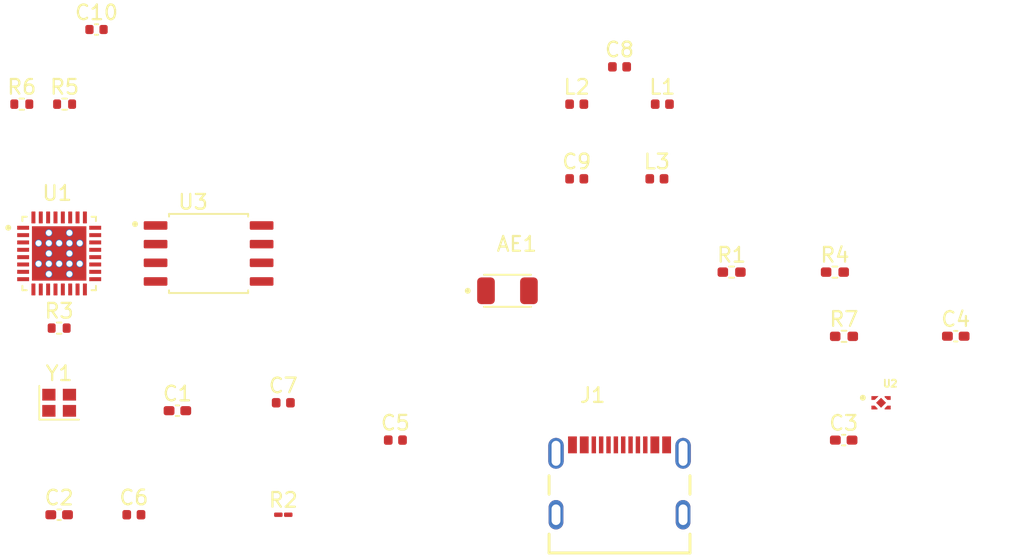
<source format=kicad_pcb>
(kicad_pcb (version 20211014) (generator pcbnew)
  (layers (0 "F.Cu" signal) (31 "B.Cu" signal) (34 "B.Paste" user) (35 "F.Paste" user) (36 "B.SilkS" user "B.Silkscreen") (37 "F.SilkS" user "F.Silkscreen") (38 "B.Mask" user) (39 "F.Mask" user) (44 "Edge.Cuts" user))
  (net 0 "")
  (net 1 "Net-(C10-Pad2)")
  (net 2 "+3V3")
  (net 3 "CS-memory")
  (net 4 "Net-(C2-Pad1)")
  (net 5 "+3.3VA")
  (net 6 "GND")
  (net 7 "SPICLK-memory")
  (net 8 "DI-memory")
  (net 9 "DO-memory")
  (net 10 "Net-(AE1-Pad1)")
  (net 11 "Net-(R3-Pad2)")
  (net 12 "antenna")
  (net 13 "XTAL_N")
  (net 14 "GPIO2_STRAP")
  (net 15 "GPIO8_STRAP")
  (net 16 "XTAL_P")
  (net 17 "GPIO4")
  (net 18 "GPIO5")
  (net 19 "GPIO6")
  (net 20 "GPIO7")
  (net 21 "GPIO9_STRAP")
  (net 22 "GPIO10")
  (net 23 "USB_D-")
  (net 24 "USB_D+")
  (net 25 "GPIO20")
  (net 26 "GPIO21")
  (net 27 "GPIO0")
  (net 28 "GPIO1")
  (net 29 "GPIO3")
  (net 30 "GPIO11-to_breakout-TEST_ONLY")
  (net 31 "GPIO12-with_no_internal_flash_ONLY")
  (net 32 "GPIO13-with_no_internal_flash_ONLY")
  (net 33 "+5V")
  (net 34 "Net-(J1-PadA5)")
  (net 35 "Net-(J1-PadB5)")
  (net 40 "Net-(R7-Pad2)")
  (footprint "Capacitor_SMD:C_0402_1005Metric" (layer "F.Cu") (at 96.52 63.5)
    (fp_text reference "C10" (at 0 -1.16) (layer "F.SilkS"))
    (fp_text value "1pF")
    (fp_line (start -0.107836 0.36) (end 0.107836 0.36) (layer "F.SilkS") (width 0.12))
    (fp_line (start -0.107836 -0.36) (end 0.107836 -0.36) (layer "F.SilkS") (width 0.12))
    (pad "1" smd roundrect (at -0.48 0) (size 0.56 0.62) (layers "F.Cu" "F.Paste" "F.Mask") (net 12 "antenna"))
    (pad "2" smd roundrect (at 0.48 0) (size 0.56 0.62) (layers "F.Cu" "F.Paste" "F.Mask") (net 1 "Net-(C10-Pad2)"))
  )
  (footprint "Inductor_SMD:L_0402_1005Metric" (layer "F.Cu") (at 116.84 91.44)
    (fp_text reference "C5" (at 0 -1.17) (layer "F.SilkS"))
    (fp_text value "4.7uF")
    (pad "1" smd roundrect (at -0.485 0) (size 0.59 0.64) (layers "F.Cu" "F.Paste" "F.Mask") (net 2 "+3V3"))
    (pad "2" smd roundrect (at 0.485 0) (size 0.59 0.64) (layers "F.Cu" "F.Paste" "F.Mask") (net 6 "GND"))
  )
  (footprint "Inductor_SMD:L_0402_1005Metric" (layer "F.Cu") (at 134.62 73.66)
    (fp_text reference "L3" (at 0 -1.17) (layer "F.SilkS"))
    (fp_text value "3.9 nH")
    (pad "1" smd roundrect (at -0.485 0) (size 0.59 0.64) (layers "F.Cu" "F.Paste" "F.Mask") (net 1 "Net-(C10-Pad2)"))
    (pad "2" smd roundrect (at 0.485 0) (size 0.59 0.64) (layers "F.Cu" "F.Paste" "F.Mask") (net 10 "Net-(AE1-Pad1)"))
  )
  (footprint "Resistor_SMD:R_01005_0402Metric_Pad0.57x0.30mm_HandSolder" (layer "F.Cu") (at 109.22 96.52)
    (fp_text reference "R2" (at 0 -1) (layer "F.SilkS"))
    (fp_text value "0")
    (pad "1" smd roundrect (at -0.3375 0) (size 0.575 0.3) (layers "F.Cu" "F.Mask") (net 4 "Net-(C2-Pad1)"))
    (pad "2" smd roundrect (at 0.3375 0) (size 0.575 0.3) (layers "F.Cu" "F.Mask") (net 16 "XTAL_P"))
  )
  (footprint "Resistor_SMD:R_0402_1005Metric" (layer "F.Cu") (at 91.44 68.58)
    (fp_text reference "R6" (at 0 -1.17) (layer "F.SilkS"))
    (fp_text value "10k")
    (fp_line (start -0.153641 -0.38) (end 0.153641 -0.38) (layer "F.SilkS") (width 0.12))
    (fp_line (start -0.153641 0.38) (end 0.153641 0.38) (layer "F.SilkS") (width 0.12))
    (pad "1" smd roundrect (at -0.51 0) (size 0.54 0.64) (layers "F.Cu" "F.Paste" "F.Mask") (net 14 "GPIO2_STRAP"))
    (pad "2" smd roundrect (at 0.51 0) (size 0.54 0.64) (layers "F.Cu" "F.Paste" "F.Mask") (net 2 "+3V3"))
  )
  (footprint "ANT-2450AT18A100E:ANTC3216X140N" (layer "F.Cu") (at 124.46 81.28)
    (fp_text reference "AE1" (at 0.635945 -3.179785) (layer "F.SilkS") (effects (font (size 1.001504 1.001504))))
    (fp_text value "2450AT18A100E")
    (fp_line (start -1.6 -1.09) (end 1.6 -1.09) (layer "F.SilkS") (width 0.127))
    (fp_line (start -1.6 1.09) (end 1.6 1.09) (layer "F.SilkS") (width 0.127))
    (fp_circle (center -2.7 0) (end -2.6 0) (layer "F.SilkS") (width 0.2) (fill none))
    (pad "1" smd roundrect locked (at -1.46 0 180) (size 1.2 1.82) (layers "F.Cu" "F.Paste" "F.Mask") (roundrect_rratio 0.23) (net 10 "Net-(AE1-Pad1)"))
    (pad "2" smd roundrect locked (at 1.46 0 180) (size 1.2 1.82) (layers "F.Cu" "F.Paste" "F.Mask") (roundrect_rratio 0.23))
  )
  (footprint "Inductor_SMD:L_0402_1005Metric" (layer "F.Cu") (at 132.08 66.04)
    (fp_text reference "C8" (at 0 -1.17) (layer "F.SilkS"))
    (fp_text value "1uF")
    (pad "1" smd roundrect (at -0.485 0) (size 0.59 0.64) (layers "F.Cu" "F.Paste" "F.Mask") (net 5 "+3.3VA"))
    (pad "2" smd roundrect (at 0.485 0) (size 0.59 0.64) (layers "F.Cu" "F.Paste" "F.Mask") (net 6 "GND"))
  )
  (footprint "Resistor_SMD:R_0402_1005Metric" (layer "F.Cu") (at 93.98 83.82)
    (fp_text reference "R3" (at 0 -1.17) (layer "F.SilkS"))
    (fp_text value "10k")
    (fp_line (start -0.153641 0.38) (end 0.153641 0.38) (layer "F.SilkS") (width 0.12))
    (fp_line (start -0.153641 -0.38) (end 0.153641 -0.38) (layer "F.SilkS") (width 0.12))
    (pad "1" smd roundrect (at -0.51 0) (size 0.54 0.64) (layers "F.Cu" "F.Paste" "F.Mask") (net 2 "+3V3"))
    (pad "2" smd roundrect (at 0.51 0) (size 0.54 0.64) (layers "F.Cu" "F.Paste" "F.Mask") (net 11 "Net-(R3-Pad2)"))
  )
  (footprint "Inductor_SMD:L_0402_1005Metric" (layer "F.Cu") (at 129.17 73.66)
    (fp_text reference "C9" (at 0 -1.17) (layer "F.SilkS"))
    (fp_text value "10nF")
    (pad "1" smd roundrect (at -0.485 0) (size 0.59 0.64) (layers "F.Cu" "F.Paste" "F.Mask") (net 5 "+3.3VA"))
    (pad "2" smd roundrect (at 0.485 0) (size 0.59 0.64) (layers "F.Cu" "F.Paste" "F.Mask") (net 6 "GND"))
  )
  (footprint "Inductor_SMD:L_0402_1005Metric" (layer "F.Cu") (at 129.17 68.58)
    (fp_text reference "L2" (at 0 -1.17) (layer "F.SilkS"))
    (fp_text value "2.7 nH")
    (pad "1" smd roundrect (at -0.485 0) (size 0.59 0.64) (layers "F.Cu" "F.Paste" "F.Mask") (net 6 "GND"))
    (pad "2" smd roundrect (at 0.485 0) (size 0.59 0.64) (layers "F.Cu" "F.Paste" "F.Mask") (net 1 "Net-(C10-Pad2)"))
  )
  (footprint "Crystal:Crystal_SMD_2016-4Pin_2.0x1.6mm" (layer "F.Cu") (at 93.98 88.9)
    (fp_text reference "Y1" (at 0 -2) (layer "F.SilkS"))
    (fp_text value "40MHz")
    (fp_line (start -1.35 1.15) (end 1.35 1.15) (layer "F.SilkS") (width 0.12))
    (fp_line (start -1.35 -1.15) (end -1.35 1.15) (layer "F.SilkS") (width 0.12))
    (pad "1" smd rect (at -0.7 0.55) (size 0.9 0.8) (layers "F.Cu" "F.Paste" "F.Mask") (net 13 "XTAL_N"))
    (pad "2" smd rect (at 0.7 0.55) (size 0.9 0.8) (layers "F.Cu" "F.Paste" "F.Mask") (net 6 "GND"))
    (pad "3" smd rect (at 0.7 -0.55) (size 0.9 0.8) (layers "F.Cu" "F.Paste" "F.Mask") (net 4 "Net-(C2-Pad1)"))
    (pad "4" smd rect (at -0.7 -0.55) (size 0.9 0.8) (layers "F.Cu" "F.Paste" "F.Mask") (net 6 "GND"))
  )
  (footprint "Resistor_SMD:R_0402_1005Metric_Pad0.72x0.64mm_HandSolder" (layer "F.Cu") (at 147.34 84.38)
    (fp_text reference "R7" (at 0 -1.17) (layer "F.SilkS"))
    (fp_text value "10k")
    (fp_line (start -0.167621 0.38) (end 0.167621 0.38) (layer "F.SilkS") (width 0.12))
    (fp_line (start -0.167621 -0.38) (end 0.167621 -0.38) (layer "F.SilkS") (width 0.12))
    (pad "1" smd roundrect (at -0.5975 0) (size 0.715 0.64) (layers "F.Cu" "F.Paste" "F.Mask") (net 33 "+5V"))
    (pad "2" smd roundrect (at 0.5975 0) (size 0.715 0.64) (layers "F.Cu" "F.Paste" "F.Mask") (net 40 "Net-(R7-Pad2)"))
  )
  (footprint "LDO-MIC5524-3-3YMT-TZ:VREG_MIC5524-3.3YMT-TZ" (layer "F.Cu") (at 149.86 88.9)
    (fp_text reference "U2" (at 0.624 -1.3048) (layer "F.SilkS") (effects (font (size 0.48 0.48))))
    (fp_text value "MIC5524-3.3YMT-TZ")
    (fp_circle (center -1.238 -0.342) (end -1.138 -0.342) (layer "F.SilkS") (width 0.2) (fill none))
    (pad "1" smd custom locked (at -0.45 -0.325) (size 0.1 0.1) (layers "F.Cu") (net 2 "+3V3") (options (clearance outline) (anchor rect)) (primitives (gr_poly (pts (xy -0.2 -0.125) (xy -0.2 0.125) (xy 0.02 0.125) (xy 0.27 -0.125)) (width 0.01) (fill yes))))
    (pad "2" smd custom locked (at -0.45 0.325) (size 0.1 0.1) (layers "F.Cu") (net 6 "GND") (options (clearance outline) (anchor rect)) (primitives (gr_poly (pts (xy 0.2 0.125) (xy -0.2 0.125) (xy -0.2 -0.125) (xy 0.02 -0.125) (xy 0.2 0.055)) (width 0.01) (fill yes))))
    (pad "3" smd custom locked (at 0.45 0.325) (size 0.1 0.1) (layers "F.Cu") (net 40 "Net-(R7-Pad2)") (options (clearance outline) (anchor rect)) (primitives (gr_poly (pts (xy 0.2 0.125) (xy -0.2 0.125) (xy -0.2 0.055) (xy -0.02 -0.125) (xy 0.2 -0.125)) (width 0.01) (fill yes))))
    (pad "4" smd custom locked (at 0.45 -0.325) (size 0.1 0.1) (layers "F.Cu") (net 33 "+5V") (options (clearance outline) (anchor rect)) (primitives (gr_poly (pts (xy -0.02 0.125) (xy -0.2 -0.055) (xy -0.2 -0.125) (xy 0.2 -0.125) (xy 0.2 0.125)) (width 0.01) (fill yes))))
    (pad "EP" smd rect locked (at 0 0 45) (size 0.48 0.48) (layers "F.Cu" "F.Paste" "F.Mask") (net 6 "GND"))
  )
  (footprint "Capacitor_SMD:C_0402_1005Metric_Pad0.74x0.62mm_HandSolder" (layer "F.Cu") (at 93.98 96.52)
    (fp_text reference "C2" (at 0 -1.16) (layer "F.SilkS"))
    (fp_text value "8pF")
    (fp_line (start -0.115835 0.36) (end 0.115835 0.36) (layer "F.SilkS") (width 0.12))
    (fp_line (start -0.115835 -0.36) (end 0.115835 -0.36) (layer "F.SilkS") (width 0.12))
    (pad "1" smd roundrect (at -0.5675 0) (size 0.735 0.62) (layers "F.Cu" "F.Paste" "F.Mask") (net 4 "Net-(C2-Pad1)"))
    (pad "2" smd roundrect (at 0.5675 0) (size 0.735 0.62) (layers "F.Cu" "F.Paste" "F.Mask") (net 6 "GND"))
  )
  (footprint "W25Q16JVSSIQ:SOIC127P790X216-8N" (layer "F.Cu") (at 104.14 78.74)
    (fp_text reference "U3" (at -1.05616 -3.50582) (layer "F.SilkS") (effects (font (size 1.001087 1.001087))))
    (fp_text value "W25Q16JVSSIQ")
    (fp_line (start -2.69 -2.69) (end -2.69 -2.51) (layer "F.SilkS") (width 0.127))
    (fp_line (start 2.69 -2.69) (end 2.69 -2.51) (layer "F.SilkS") (width 0.127))
    (fp_line (start 2.69 2.51) (end 2.69 2.69) (layer "F.SilkS") (width 0.127))
    (fp_line (start -2.69 2.69) (end 2.69 2.69) (layer "F.SilkS") (width 0.127))
    (fp_line (start -2.69 -2.69) (end 2.69 -2.69) (layer "F.SilkS") (width 0.127))
    (fp_line (start -2.69 2.51) (end -2.69 2.69) (layer "F.SilkS") (width 0.127))
    (fp_circle (center -5 -2) (end -4.9 -2) (layer "F.SilkS") (width 0.2) (fill none))
    (pad "1" smd roundrect locked (at -3.605 -1.905) (size 1.61 0.58) (layers "F.Cu" "F.Paste" "F.Mask") (roundrect_rratio 0.14) (net 3 "CS-memory"))
    (pad "2" smd roundrect locked (at -3.605 -0.635) (size 1.61 0.58) (layers "F.Cu" "F.Paste" "F.Mask") (roundrect_rratio 0.14) (net 9 "DO-memory"))
    (pad "3" smd roundrect locked (at -3.605 0.635) (size 1.61 0.58) (layers "F.Cu" "F.Paste" "F.Mask") (roundrect_rratio 0.14))
    (pad "4" smd roundrect locked (at -3.605 1.905) (size 1.61 0.58) (layers "F.Cu" "F.Paste" "F.Mask") (roundrect_rratio 0.14) (net 6 "GND"))
    (pad "5" smd roundrect locked (at 3.605 1.905) (size 1.61 0.58) (layers "F.Cu" "F.Paste" "F.Mask") (roundrect_rratio 0.14) (net 8 "DI-memory"))
    (pad "6" smd roundrect locked (at 3.605 0.635) (size 1.61 0.58) (layers "F.Cu" "F.Paste" "F.Mask") (roundrect_rratio 0.14) (net 7 "SPICLK-memory"))
    (pad "7" smd roundrect locked (at 3.605 -0.635) (size 1.61 0.58) (layers "F.Cu" "F.Paste" "F.Mask") (roundrect_rratio 0.14))
    (pad "8" smd roundrect locked (at 3.605 -1.905) (size 1.61 0.58) (layers "F.Cu" "F.Paste" "F.Mask") (roundrect_rratio 0.14) (net 2 "+3V3"))
  )
  (footprint "Inductor_SMD:L_0402_1005Metric" (layer "F.Cu") (at 99.06 96.52)
    (fp_text reference "C6" (at 0 -1.17) (layer "F.SilkS"))
    (fp_text value "100nF")
    (pad "1" smd roundrect (at -0.485 0) (size 0.59 0.64) (layers "F.Cu" "F.Paste" "F.Mask") (net 2 "+3V3"))
    (pad "2" smd roundrect (at 0.485 0) (size 0.59 0.64) (layers "F.Cu" "F.Paste" "F.Mask") (net 6 "GND"))
  )
  (footprint "USBC-USB4105-GF-A:GCT_USB4105-GF-A" (layer "F.Cu") (at 132.08 96.52)
    (fp_text reference "J1" (at -1.825 -8.135) (layer "F.SilkS"))
    (fp_text value "USB4105-GF-A")
    (fp_line (start 4.79 2.6) (end 4.79 1.32) (layer "F.SilkS") (width 0.2))
    (fp_line (start -4.79 1.32) (end -4.79 2.6) (layer "F.SilkS") (width 0.2))
    (fp_line (start 4.79 -2.65) (end 4.79 -1.4) (layer "F.SilkS") (width 0.2))
    (fp_line (start -4.79 -2.65) (end -4.79 -1.4) (layer "F.SilkS") (width 0.2))
    (fp_line (start -4.79 2.6) (end 4.79 2.6) (layer "F.SilkS") (width 0.2))
    (pad "" np_thru_hole circle locked (at 2.89 -3.68) (size 0.65 0.65) (drill 0.65) (layers *.Cu *.Mask))
    (pad "" np_thru_hole circle locked (at -2.89 -3.68) (size 0.65 0.65) (drill 0.65) (layers *.Cu *.Mask))
    (pad "A1_B12" smd rect locked (at -3.2 -4.755) (size 0.6 1.15) (layers "F.Cu" "F.Paste" "F.Mask") (net 6 "GND"))
    (pad "A4_B9" smd rect locked (at -2.4 -4.755) (size 0.6 1.15) (layers "F.Cu" "F.Paste" "F.Mask") (net 33 "+5V"))
    (pad "A5" smd rect locked (at -1.25 -4.755) (size 0.3 1.15) (layers "F.Cu" "F.Paste" "F.Mask") (net 34 "Net-(J1-PadA5)"))
    (pad "A6" smd rect locked (at -0.25 -4.755) (size 0.3 1.15) (layers "F.Cu" "F.Paste" "F.Mask") (net 24 "USB_D+"))
    (pad "A7" smd rect locked (at 0.25 -4.755) (size 0.3 1.15) (layers "F.Cu" "F.Paste" "F.Mask") (net 23 "USB_D-"))
    (pad "A8" smd rect locked (at 1.25 -4.755) (size 0.3 1.15) (layers "F.Cu" "F.Paste" "F.Mask"))
    (pad "B1_A12" smd rect locked (at 3.2 -4.755) (size 0.6 1.15) (layers "F.Cu" "F.Paste" "F.Mask") (net 6 "GND"))
    (pad "B4_A9" smd rect locked (at 2.4 -4.755) (size 0.6 1.15) (layers "F.Cu" "F.Paste" "F.Mask") (net 33 "+5V"))
    (pad "B5" smd rect locked (at 1.75 -4.755) (size 0.3 1.15) (layers "F.Cu" "F.Paste" "F.Mask") (net 35 "Net-(J1-PadB5)"))
    (pad "B6" smd rect locked (at 0.75 -4.755) (size 0.3 1.15) (layers "F.Cu" "F.Paste" "F.Mask") (net 24 "USB_D+"))
    (pad "B7" smd rect locked (at -0.75 -4.755) (size 0.3 1.15) (layers "F.Cu" "F.Paste" "F.Mask") (net 23 "USB_D-"))
    (pad "B8" smd rect locked (at -1.75 -4.755) (size 0.3 1.15) (layers "F.Cu" "F.Paste" "F.Mask"))
    (pad "S1" thru_hole oval locked (at -4.32 -4.18) (size 1.05 2.1) (drill oval 0.6 1.7) (layers *.Cu *.Mask) (net 6 "GND"))
    (pad "S2" thru_hole oval locked (at -4.32 0) (size 1 2) (drill oval 0.6 1.4) (layers *.Cu *.Mask) (net 6 "GND"))
    (pad "S3" thru_hole oval locked (at 4.32 0) (size 1 2) (drill oval 0.6 1.4) (layers *.Cu *.Mask) (net 6 "GND"))
    (pad "S4" thru_hole oval locked (at 4.32 -4.18) (size 1.05 2.1) (drill oval 0.6 1.7) (layers *.Cu *.Mask) (net 6 "GND"))
  )
  (footprint "Capacitor_SMD:C_0402_1005Metric_Pad0.74x0.62mm_HandSolder" (layer "F.Cu") (at 147.32 91.44)
    (fp_text reference "C3" (at 0 -1.16) (layer "F.SilkS"))
    (fp_text value "2.2uF")
    (fp_line (start -0.115835 -0.36) (end 0.115835 -0.36) (layer "F.SilkS") (width 0.12))
    (fp_line (start -0.115835 0.36) (end 0.115835 0.36) (layer "F.SilkS") (width 0.12))
    (pad "1" smd roundrect (at -0.5675 0) (size 0.735 0.62) (layers "F.Cu" "F.Paste" "F.Mask") (net 33 "+5V"))
    (pad "2" smd roundrect (at 0.5675 0) (size 0.735 0.62) (layers "F.Cu" "F.Paste" "F.Mask") (net 6 "GND"))
  )
  (footprint "Capacitor_SMD:C_0402_1005Metric_Pad0.74x0.62mm_HandSolder" (layer "F.Cu") (at 102.02 89.44)
    (fp_text reference "C1" (at 0 -1.16) (layer "F.SilkS"))
    (fp_text value "8pF")
    (fp_line (start -0.115835 -0.36) (end 0.115835 -0.36) (layer "F.SilkS") (width 0.12))
    (fp_line (start -0.115835 0.36) (end 0.115835 0.36) (layer "F.SilkS") (width 0.12))
    (pad "1" smd roundrect (at -0.5675 0) (size 0.735 0.62) (layers "F.Cu" "F.Paste" "F.Mask") (net 13 "XTAL_N"))
    (pad "2" smd roundrect (at 0.5675 0) (size 0.735 0.62) (layers "F.Cu" "F.Paste" "F.Mask") (net 6 "GND"))
  )
  (footprint "Inductor_SMD:L_0402_1005Metric" (layer "F.Cu") (at 134.99 68.58)
    (fp_text reference "L1" (at 0 -1.17) (layer "F.SilkS"))
    (fp_text value "39nH")
    (pad "1" smd roundrect (at -0.485 0) (size 0.59 0.64) (layers "F.Cu" "F.Paste" "F.Mask") (net 2 "+3V3"))
    (pad "2" smd roundrect (at 0.485 0) (size 0.59 0.64) (layers "F.Cu" "F.Paste" "F.Mask") (net 5 "+3.3VA"))
  )
  (footprint "Inductor_SMD:L_0402_1005Metric" (layer "F.Cu") (at 109.22 88.9)
    (fp_text reference "C7" (at 0 -1.17) (layer "F.SilkS"))
    (fp_text value "100nF")
    (pad "1" smd roundrect (at -0.485 0) (size 0.59 0.64) (layers "F.Cu" "F.Paste" "F.Mask") (net 2 "+3V3"))
    (pad "2" smd roundrect (at 0.485 0) (size 0.59 0.64) (layers "F.Cu" "F.Paste" "F.Mask") (net 6 "GND"))
  )
  (footprint "Capacitor_SMD:C_0402_1005Metric_Pad0.74x0.62mm_HandSolder" (layer "F.Cu") (at 154.94 84.37)
    (fp_text reference "C4" (at 0 -1.16) (layer "F.SilkS"))
    (fp_text value "2.2uF")
    (fp_line (start -0.115835 0.36) (end 0.115835 0.36) (layer "F.SilkS") (width 0.12))
    (fp_line (start -0.115835 -0.36) (end 0.115835 -0.36) (layer "F.SilkS") (width 0.12))
    (pad "1" smd roundrect (at -0.5675 0) (size 0.735 0.62) (layers "F.Cu" "F.Paste" "F.Mask") (net 2 "+3V3"))
    (pad "2" smd roundrect (at 0.5675 0) (size 0.735 0.62) (layers "F.Cu" "F.Paste" "F.Mask") (net 6 "GND"))
  )
  (footprint "Resistor_SMD:R_0402_1005Metric_Pad0.72x0.64mm_HandSolder" (layer "F.Cu") (at 139.7 80.01)
    (fp_text reference "R1" (at 0 -1.17) (layer "F.SilkS"))
    (fp_text value "5.1k 1%")
    (fp_line (start -0.167621 -0.38) (end 0.167621 -0.38) (layer "F.SilkS") (width 0.12))
    (fp_line (start -0.167621 0.38) (end 0.167621 0.38) (layer "F.SilkS") (width 0.12))
    (pad "1" smd roundrect (at -0.5975 0) (size 0.715 0.64) (layers "F.Cu" "F.Paste" "F.Mask") (net 6 "GND"))
    (pad "2" smd roundrect (at 0.5975 0) (size 0.715 0.64) (layers "F.Cu" "F.Paste" "F.Mask") (net 34 "Net-(J1-PadA5)"))
  )
  (footprint "ESP32-C3:QFN50P500X500X90-33N" (layer "F.Cu") (at 93.98 78.74)
    (fp_text reference "U1" (at -0.135 -4.105) (layer "F.SilkS"))
    (fp_text value "ESP32-C3FH4")
    (fp_line (start 2.5 -2.5) (end 2.205 -2.5) (layer "F.SilkS") (width 0.127))
    (fp_line (start -2.5 -2.5) (end -2.5 -2.205) (layer "F.SilkS") (width 0.127))
    (fp_line (start -2.5 2.5) (end -2.205 2.5) (layer "F.SilkS") (width 0.127))
    (fp_line (start 2.5 -2.5) (end 2.5 -2.205) (layer "F.SilkS") (width 0.127))
    (fp_line (start -2.5 -2.5) (end -2.205 -2.5) (layer "F.SilkS") (width 0.127))
    (fp_line (start -2.5 2.5) (end -2.5 2.205) (layer "F.SilkS") (width 0.127))
    (fp_line (start 2.5 2.5) (end 2.205 2.5) (layer "F.SilkS") (width 0.127))
    (fp_line (start 2.5 2.5) (end 2.5 2.205) (layer "F.SilkS") (width 0.127))
    (fp_circle (center -3.46 -1.75) (end -3.36 -1.75) (layer "F.SilkS") (width 0.2) (fill none))
    (pad "1" smd roundrect locked (at -2.45 -1.75) (size 0.81 0.27) (layers "F.Cu" "F.Paste" "F.Mask") (roundrect_rratio 0.03) (net 12 "antenna"))
    (pad "2" smd roundrect locked (at -2.45 -1.25) (size 0.81 0.27) (layers "F.Cu" "F.Paste" "F.Mask") (roundrect_rratio 0.03) (net 5 "+3.3VA"))
    (pad "3" smd roundrect locked (at -2.45 -0.75) (size 0.81 0.27) (layers "F.Cu" "F.Paste" "F.Mask") (roundrect_rratio 0.03) (net 5 "+3.3VA"))
    (pad "4" smd roundrect locked (at -2.45 -0.25) (size 0.81 0.27) (layers "F.Cu" "F.Paste" "F.Mask") (roundrect_rratio 0.03) (net 27 "GPIO0"))
    (pad "5" smd roundrect locked (at -2.45 0.25) (size 0.81 0.27) (layers "F.Cu" "F.Paste" "F.Mask") (roundrect_rratio 0.03) (net 28 "GPIO1"))
    (pad "6" smd roundrect locked (at -2.45 0.75) (size 0.81 0.27) (layers "F.Cu" "F.Paste" "F.Mask") (roundrect_rratio 0.03) (net 14 "GPIO2_STRAP"))
    (pad "7" smd roundrect locked (at -2.45 1.25) (size 0.81 0.27) (layers "F.Cu" "F.Paste" "F.Mask") (roundrect_rratio 0.03) (net 11 "Net-(R3-Pad2)"))
    (pad "8" smd roundrect locked (at -2.45 1.75) (size 0.81 0.27) (layers "F.Cu" "F.Paste" "F.Mask") (roundrect_rratio 0.03) (net 29 "GPIO3"))
    (pad "9" smd roundrect locked (at -1.75 2.45) (size 0.27 0.81) (layers "F.Cu" "F.Paste" "F.Mask") (roundrect_rratio 0.1) (net 17 "GPIO4"))
    (pad "10" smd roundrect locked (at -1.25 2.45) (size 0.27 0.81) (layers "F.Cu" "F.Paste" "F.Mask") (roundrect_rratio 0.1) (net 18 "GPIO5"))
    (pad "11" smd roundrect locked (at -0.75 2.45) (size 0.27 0.81) (layers "F.Cu" "F.Paste" "F.Mask") (roundrect_rratio 0.1) (net 2 "+3V3"))
    (pad "12" smd roundrect locked (at -0.25 2.45) (size 0.27 0.81) (layers "F.Cu" "F.Paste" "F.Mask") (roundrect_rratio 0.1) (net 19 "GPIO6"))
    (pad "13" smd roundrect locked (at 0.25 2.45) (size 0.27 0.81) (layers "F.Cu" "F.Paste" "F.Mask") (roundrect_rratio 0.1) (net 20 "GPIO7"))
    (pad "14" smd roundrect locked (at 0.75 2.45) (size 0.27 0.81) (layers "F.Cu" "F.Paste" "F.Mask") (roundrect_rratio 0.1) (net 15 "GPIO8_STRAP"))
    (pad "15" smd roundrect locked (at 1.25 2.45) (size 0.27 0.81) (layers "F.Cu" "F.Paste" "F.Mask") (roundrect_rratio 0.1) (net 21 "GPIO9_STRAP"))
    (pad "16" smd roundrect locked (at 1.75 2.45) (size 0.27 0.81) (layers "F.Cu" "F.Paste" "F.Mask") (roundrect_rratio 0.1) (net 22 "GPIO10"))
    (pad "17" smd roundrect locked (at 2.45 1.75) (size 0.81 0.27) (layers "F.Cu" "F.Paste" "F.Mask") (roundrect_rratio 0.03) (net 2 "+3V3"))
    (pad "18" smd roundrect locked (at 2.45 1.25) (size 0.81 0.27) (layers "F.Cu" "F.Paste" "F.Mask") (roundrect_rratio 0.03) (net 30 "GPIO11-to_breakout-TEST_ONLY"))
    (pad "19" smd roundrect locked (at 2.45 0.75) (size 0.81 0.27) (layers "F.Cu" "F.Paste" "F.Mask") (roundrect_rratio 0.03) (net 31 "GPIO12-with_no_internal_flash_ONLY"))
    (pad "20" smd roundrect locked (at 2.45 0.25) (size 0.81 0.27) (layers "F.Cu" "F.Paste" "F.Mask") (roundrect_rratio 0.03) (net 32 "GPIO13-with_no_internal_flash_ONLY"))
    (pad "21" smd roundrect locked (at 2.45 -0.25) (size 0.81 0.27) (layers "F.Cu" "F.Paste" "F.Mask") (roundrect_rratio 0.03) (net 3 "CS-memory"))
    (pad "22" smd roundrect locked (at 2.45 -0.75) (size 0.81 0.27) (layers "F.Cu" "F.Paste" "F.Mask") (roundrect_rratio 0.03) (net 7 "SPICLK-memory"))
    (pad "23" smd roundrect locked (at 2.45 -1.25) (size 0.81 0.27) (layers "F.Cu" "F.Paste" "F.Mask") (roundrect_rratio 0.03) (net 8 "DI-memory"))
    (pad "24" smd roundrect locked (at 2.45 -1.75) (size 0.81 0.27) (layers "F.Cu" "F.Paste" "F.Mask") (roundrect_rratio 0.03) (net 9 "DO-memory"))
    (pad "25" smd roundrect locked (at 1.75 -2.45) (size 0.27 0.81) (layers "F.Cu" "F.Paste" "F.Mask") (roundrect_rratio 0.1) (net 23 "USB_D-"))
    (pad "26" smd roundrect locked (at 1.25 -2.45) (size 0.27 0.81) (layers "F.Cu" "F.Paste" "F.Mask") (roundrect_rratio 0.1) (net 24 "USB_D+"))
    (pad "27" smd roundrect locked (at 0.75 -2.45) (size 0.27 0.81) (layers "F.Cu" "F.Paste" "F.Mask") (roundrect_rratio 0.1) (net 25 "GPIO20"))
    (pad "28" smd roundrect locked (at 0.25 -2.45) (size 0.27 0.81) (layers "F.Cu" "F.Paste" "F.Mask") (roundrect_rratio 0.1) (net 26 "GPIO21"))
    (pad "29" smd roundrect locked (at -0.25 -2.45) (size 0.27 0.81) (layers "F.Cu" "F.Paste" "F.Mask") (roundrect_rratio 0.1) (net 13 "XTAL_N"))
    (pad "30" smd roundrect locked (at -0.75 -2.45) (size 0.27 0.81) (layers "F.Cu" "F.Paste" "F.Mask") (roundrect_rratio 0.1) (net 16 "XTAL_P"))
    (pad "31" smd roundrect locked (at -1.25 -2.45) (size 0.27 0.81) (layers "F.Cu" "F.Paste" "F.Mask") (roundrect_rratio 0.1) (net 5 "+3.3VA"))
    (pad "32" smd roundrect locked (at -1.75 -2.45) (size 0.27 0.81) (layers "F.Cu" "F.Paste" "F.Mask") (roundrect_rratio 0.1) (net 5 "+3.3VA"))
    (pad "33" smd rect locked (at 0 0) (size 3.7 3.7) (layers "F.Cu" "F.Mask") (net 6 "GND"))
    (pad "34" thru_hole circle locked (at -0.7 -1.4) (size 0.5 0.5) (drill 0.4) (layers *.Cu))
    (pad "35" thru_hole circle locked (at 0.7 -1.4) (size 0.5 0.5) (drill 0.4) (layers *.Cu))
    (pad "36" thru_hole circle locked (at -1.4 -0.7) (size 0.5 0.5) (drill 0.4) (layers *.Cu))
    (pad "37" thru_hole circle locked (at -0.7 -0.7) (size 0.5 0.5) (drill 0.4) (layers *.Cu))
    (pad "38" thru_hole circle locked (at 0 -0.7) (size 0.5 0.5) (drill 0.4) (layers *.Cu))
    (pad "39" thru_hole circle locked (at 0.7 -0.7) (size 0.5 0.5) (drill 0.4) (layers *.Cu))
    (pad "40" thru_hole circle locked (at 1.4 -0.7) (size 0.5 0.5) (drill 0.4) (layers *.Cu))
    (pad "41" thru_hole circle locked (at -0.7 0) (size 0.5 0.5) (drill 0.4) (layers *.Cu))
    (pad "42" thru_hole circle locked (at 0.7 0) (size 0.5 0.5) (drill 0.4) (layers *.Cu))
    (pad "43" thru_hole circle locked (at -1.4 0.7) (size 0.5 0.5) (drill 0.4) (layers *.Cu))
    (pad "44" thru_hole circle locked (at -0.7 0.7) (size 0.5 0.5) (drill 0.4) (layers *.Cu))
    (pad "45" thru_hole circle locked (at 0 0.7) (size 0.5 0.5) (drill 0.4) (layers *.Cu))
    (pad "46" thru_hole circle locked (at 0.7 0.7) (size 0.5 0.5) (drill 0.4) (layers *.Cu))
    (pad "47" thru_hole circle locked (at 1.4 0.7) (size 0.5 0.5) (drill 0.4) (layers *.Cu))
    (pad "48" thru_hole circle locked (at -0.7 1.4) (size 0.5 0.5) (drill 0.4) (layers *.Cu))
    (pad "49" thru_hole circle locked (at 0.7 1.4) (size 0.5 0.5) (drill 0.4) (layers *.Cu))
  )
  (footprint "Resistor_SMD:R_0402_1005Metric_Pad0.72x0.64mm_HandSolder" (layer "F.Cu") (at 146.7225 80.01)
    (fp_text reference "R4" (at 0 -1.17) (layer "F.SilkS"))
    (fp_text value "5.1k 1%")
    (fp_line (start -0.167621 -0.38) (end 0.167621 -0.38) (layer "F.SilkS") (width 0.12))
    (fp_line (start -0.167621 0.38) (end 0.167621 0.38) (layer "F.SilkS") (width 0.12))
    (pad "1" smd roundrect (at -0.5975 0) (size 0.715 0.64) (layers "F.Cu" "F.Paste" "F.Mask") (net 35 "Net-(J1-PadB5)"))
    (pad "2" smd roundrect (at 0.5975 0) (size 0.715 0.64) (layers "F.Cu" "F.Paste" "F.Mask") (net 6 "GND"))
  )
  (footprint "Resistor_SMD:R_0402_1005Metric" (layer "F.Cu") (at 94.35 68.58)
    (fp_text reference "R5" (at 0 -1.17) (layer "F.SilkS"))
    (fp_text value "10k")
    (fp_line (start -0.153641 0.38) (end 0.153641 0.38) (layer "F.SilkS") (width 0.12))
    (fp_line (start -0.153641 -0.38) (end 0.153641 -0.38) (layer "F.SilkS") (width 0.12))
    (pad "1" smd roundrect (at -0.51 0) (size 0.54 0.64) (layers "F.Cu" "F.Paste" "F.Mask") (net 15 "GPIO8_STRAP"))
    (pad "2" smd roundrect (at 0.51 0) (size 0.54 0.64) (layers "F.Cu" "F.Paste" "F.Mask") (net 2 "+3V3"))
  )
)
</source>
